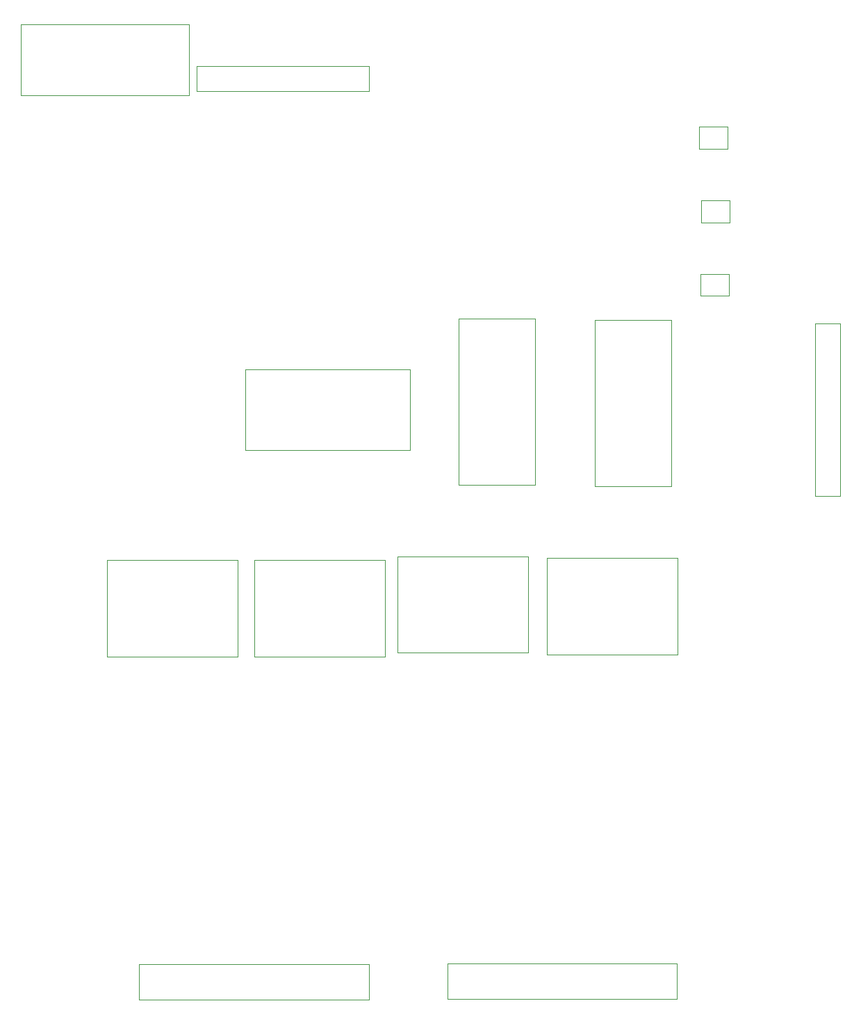
<source format=gbr>
G04 EasyPC Gerber Version 21.0.3 Build 4286 *
G04 #@! TF.Part,Single*
G04 #@! TF.FileFunction,Other,TFG_RubenGarciaSegovia_placaprincipal - Top Documentation *
G04 #@! TF.FilePolarity,Positive *
%FSLAX35Y35*%
%MOIN*%
%ADD18C,0.00197*%
X0Y0D02*
D02*
D18*
X12403Y436856D02*
Y470714D01*
X93111*
Y436856*
X12403*
X53876Y167944D02*
Y214204D01*
X116475*
Y167944*
X53876*
X120151Y266859D02*
Y305489D01*
X199128*
Y266859*
X120151*
X124596Y167944D02*
Y214204D01*
X187194*
Y167944*
X124596*
X179452Y20513D02*
Y3584D01*
X69216*
Y20513*
X179452*
X179496Y450908D02*
Y438939D01*
X96740*
Y450908*
X179496*
X193113Y169691D02*
Y215951D01*
X255711*
Y169691*
X193113*
X222540Y329905D02*
X259233D01*
Y250181*
X222540*
Y329905*
X264750Y168943D02*
Y215202D01*
X327348*
Y168943*
X264750*
X287937Y329031D02*
X324630D01*
Y249307*
X287937*
Y329031*
X327219Y20763D02*
Y3833D01*
X216983*
Y20763*
X327219*
X351514Y411154D02*
X337931D01*
Y421783*
X351514*
Y411154*
X352013Y340640D02*
X338430D01*
Y351270*
X352013*
Y340640*
X352512Y375959D02*
X338930D01*
Y386589*
X352512*
Y375959*
X405495Y244851D02*
X393527D01*
Y327607*
X405495*
Y244851*
X0Y0D02*
M02*

</source>
